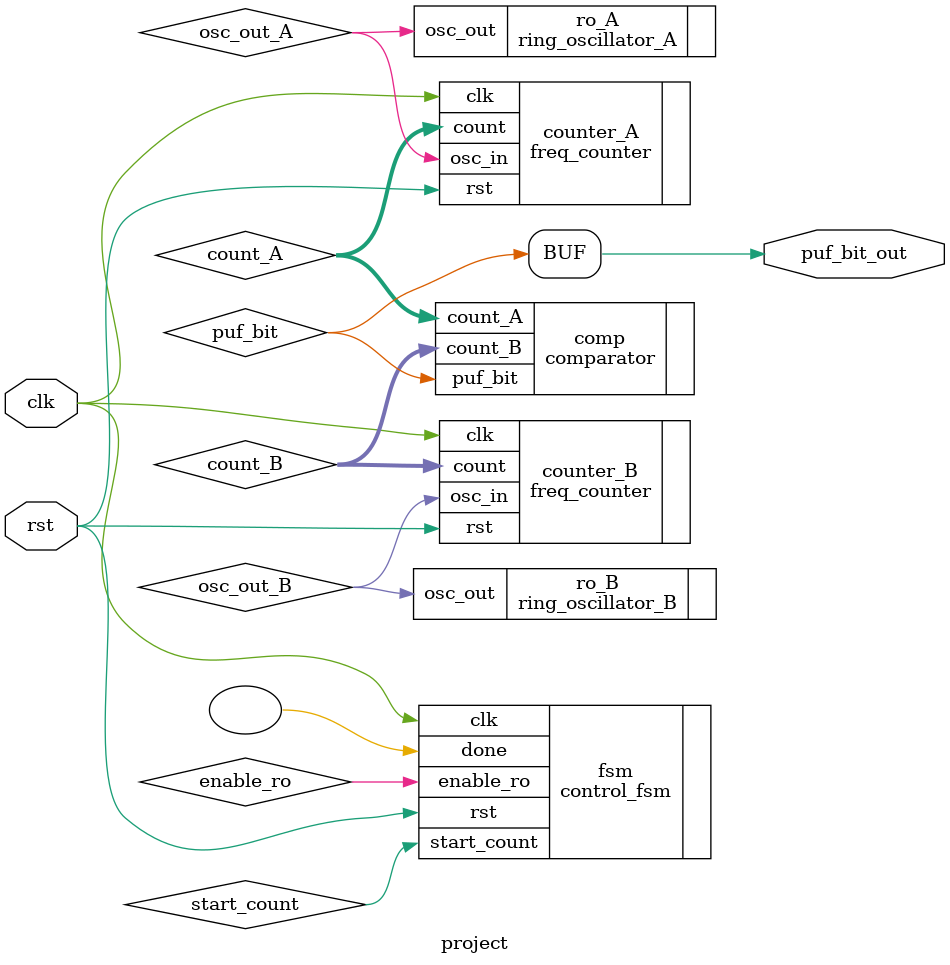
<source format=v>
module project (
    input  wire clk,
    input  wire rst,
    output wire puf_bit_out
);

    wire osc_out_A, osc_out_B;
    wire [31:0] count_A, count_B;
    wire puf_bit;
    wire enable_ro, start_count, done;

    // Ring Oscillators (always enabled in sim)
    ring_oscillator_A ro_A (.osc_out(osc_out_A));
    ring_oscillator_B ro_B (.osc_out(osc_out_B));

    // Frequency Counters
    freq_counter counter_A (
        .clk(clk),
        .rst(rst),
        .osc_in(osc_out_A),
        .count(count_A)
    );

    freq_counter counter_B (
        .clk(clk),
        .rst(rst),
        .osc_in(osc_out_B),
        .count(count_B)
    );

    // Comparator
    comparator comp (
        .count_A(count_A),
        .count_B(count_B),
        .puf_bit(puf_bit)
    );

    // FSM to control timing
    control_fsm fsm (
        .clk(clk),
        .rst(rst),
        .enable_ro(enable_ro),      // currently unused
        .start_count(start_count),  // currently unused
        .done()                     // not used in this version
    );

    assign puf_bit_out = puf_bit;

endmodule

</source>
